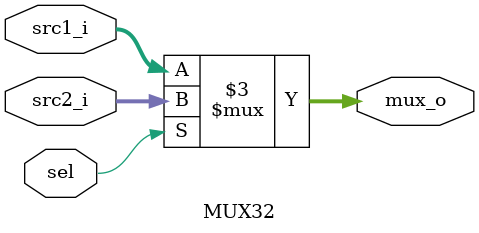
<source format=v>
module MUX32
(
    sel,
    src1_i,
    src2_i,
    mux_o
);

input sel;
input [31:0] src1_i;
input [31:0] src2_i;
output [31:0] mux_o;

reg [31:0] mux_o;

always @(*) begin
    if (sel) begin
        mux_o = src2_i;        
    end
    else
        mux_o = src1_i;
end

endmodule
</source>
